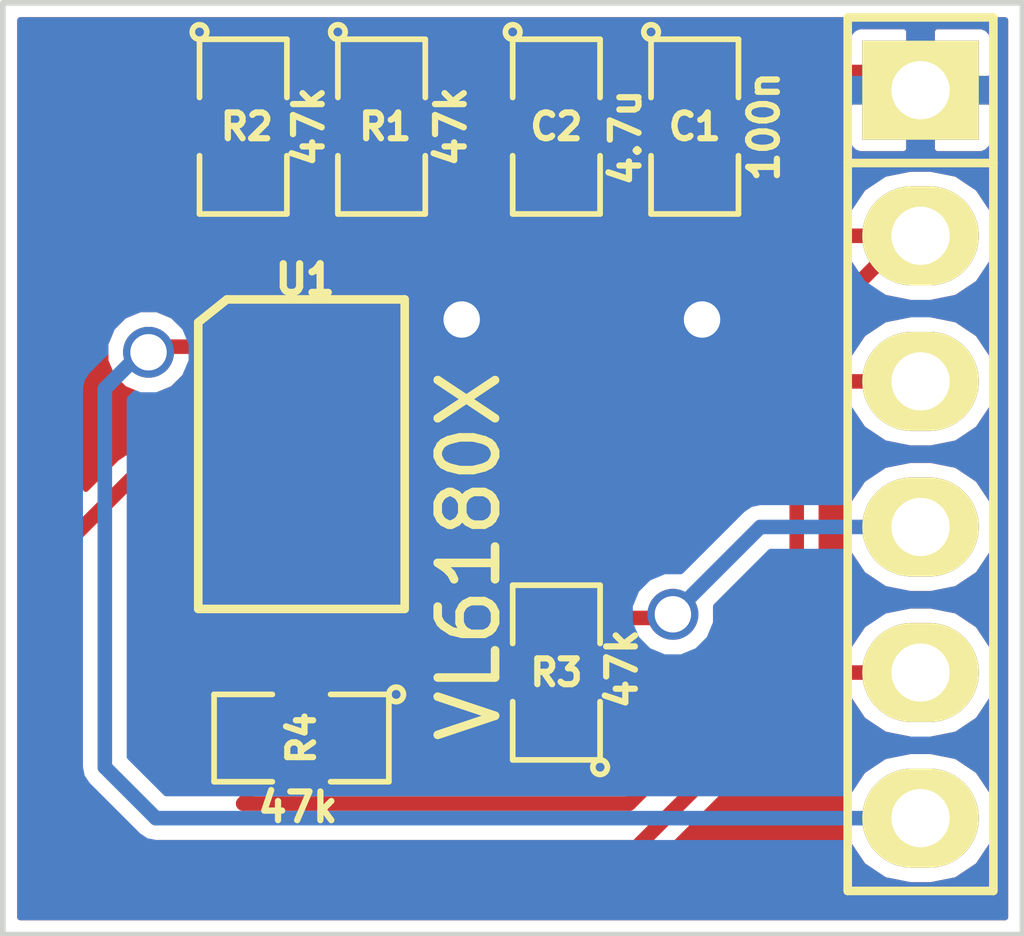
<source format=kicad_pcb>
(kicad_pcb (version 4) (host pcbnew "(2014-08-05 BZR 5054)-product")

  (general
    (links 19)
    (no_connects 1)
    (area 149.301999 96.444999 169.428886 112.826001)
    (thickness 1.6)
    (drawings 4)
    (tracks 74)
    (zones 0)
    (modules 8)
    (nets 11)
  )

  (page A4)
  (layers
    (0 F.Cu signal)
    (31 B.Cu signal)
    (32 B.Adhes user)
    (33 F.Adhes user)
    (34 B.Paste user)
    (35 F.Paste user)
    (36 B.SilkS user)
    (37 F.SilkS user)
    (38 B.Mask user)
    (39 F.Mask user)
    (40 Dwgs.User user)
    (41 Cmts.User user)
    (42 Eco1.User user)
    (43 Eco2.User user)
    (44 Edge.Cuts user)
    (45 Margin user)
    (46 B.CrtYd user)
    (47 F.CrtYd user)
    (48 B.Fab user)
    (49 F.Fab user)
  )

  (setup
    (last_trace_width 0.254)
    (trace_clearance 0.254)
    (zone_clearance 0.2)
    (zone_45_only yes)
    (trace_min 0.254)
    (segment_width 0.2)
    (edge_width 0.1)
    (via_size 0.889)
    (via_drill 0.635)
    (via_min_size 0.889)
    (via_min_drill 0.508)
    (uvia_size 0.508)
    (uvia_drill 0.127)
    (uvias_allowed no)
    (uvia_min_size 0.508)
    (uvia_min_drill 0.127)
    (pcb_text_width 0.3)
    (pcb_text_size 1.5 1.5)
    (mod_edge_width 0.15)
    (mod_text_size 1 1)
    (mod_text_width 0.15)
    (pad_size 1.5 1.5)
    (pad_drill 0.6)
    (pad_to_mask_clearance 0)
    (aux_axis_origin 0 0)
    (visible_elements FFFFFF7F)
    (pcbplotparams
      (layerselection 0x000f0_80000001)
      (usegerberextensions false)
      (excludeedgelayer true)
      (linewidth 0.100000)
      (plotframeref false)
      (viasonmask false)
      (mode 1)
      (useauxorigin false)
      (hpglpennumber 1)
      (hpglpenspeed 20)
      (hpglpendiameter 15)
      (hpglpenoverlay 2)
      (psnegative false)
      (psa4output false)
      (plotreference true)
      (plotvalue true)
      (plotinvisibletext false)
      (padsonsilk false)
      (subtractmaskfromsilk false)
      (outputformat 1)
      (mirror false)
      (drillshape 0)
      (scaleselection 1)
      (outputdirectory gerbers/))
  )

  (net 0 "")
  (net 1 GND)
  (net 2 VCC)
  (net 3 "Net-(P1-Pad3)")
  (net 4 "Net-(P1-Pad4)")
  (net 5 "Net-(P1-Pad5)")
  (net 6 "Net-(P1-Pad6)")
  (net 7 "Net-(U1-Pad3)")
  (net 8 "Net-(U1-Pad2)")
  (net 9 "Net-(U1-Pad11)")
  (net 10 "Net-(U1-Pad7)")

  (net_class Default "This is the default net class."
    (clearance 0.254)
    (trace_width 0.254)
    (via_dia 0.889)
    (via_drill 0.635)
    (uvia_dia 0.508)
    (uvia_drill 0.127)
    (add_net GND)
    (add_net "Net-(P1-Pad3)")
    (add_net "Net-(P1-Pad4)")
    (add_net "Net-(P1-Pad5)")
    (add_net "Net-(P1-Pad6)")
    (add_net "Net-(U1-Pad11)")
    (add_net "Net-(U1-Pad2)")
    (add_net "Net-(U1-Pad3)")
    (add_net "Net-(U1-Pad7)")
    (add_net VCC)
  )

  (module SMD_Packages:SMD-0805 (layer F.Cu) (tedit 542B5225) (tstamp 5429DE1F)
    (at 161.417 98.679 270)
    (path /5429D5E2)
    (attr smd)
    (fp_text reference C1 (at 0 0 360) (layer F.SilkS)
      (effects (font (size 0.45 0.45) (thickness 0.10922)))
    )
    (fp_text value 100n (at 0 -1.2065 270) (layer F.SilkS)
      (effects (font (size 0.50038 0.50038) (thickness 0.10922)))
    )
    (fp_circle (center -1.651 0.762) (end -1.651 0.635) (layer F.SilkS) (width 0.09906))
    (fp_line (start -0.508 0.762) (end -1.524 0.762) (layer F.SilkS) (width 0.09906))
    (fp_line (start -1.524 0.762) (end -1.524 -0.762) (layer F.SilkS) (width 0.09906))
    (fp_line (start -1.524 -0.762) (end -0.508 -0.762) (layer F.SilkS) (width 0.09906))
    (fp_line (start 0.508 -0.762) (end 1.524 -0.762) (layer F.SilkS) (width 0.09906))
    (fp_line (start 1.524 -0.762) (end 1.524 0.762) (layer F.SilkS) (width 0.09906))
    (fp_line (start 1.524 0.762) (end 0.508 0.762) (layer F.SilkS) (width 0.09906))
    (pad 1 smd rect (at -0.9525 0 270) (size 0.889 1.397) (layers F.Cu F.Paste F.Mask)
      (net 1 GND))
    (pad 2 smd rect (at 0.9525 0 270) (size 0.889 1.397) (layers F.Cu F.Paste F.Mask)
      (net 2 VCC))
    (model smd/chip_cms.wrl
      (at (xyz 0 0 0))
      (scale (xyz 0.1000000014901161 0.1000000014901161 0.1000000014901161))
      (rotate (xyz 0 0 0))
    )
  )

  (module SMD_Packages:SMD-0805 (layer F.Cu) (tedit 542B51EB) (tstamp 5429DE2C)
    (at 159.004 98.679 270)
    (path /5429D6B2)
    (attr smd)
    (fp_text reference C2 (at 0 0 360) (layer F.SilkS)
      (effects (font (size 0.45 0.45) (thickness 0.10922)))
    )
    (fp_text value 4.7u (at 0.1905 -1.2065 270) (layer F.SilkS)
      (effects (font (size 0.50038 0.50038) (thickness 0.10922)))
    )
    (fp_circle (center -1.651 0.762) (end -1.651 0.635) (layer F.SilkS) (width 0.09906))
    (fp_line (start -0.508 0.762) (end -1.524 0.762) (layer F.SilkS) (width 0.09906))
    (fp_line (start -1.524 0.762) (end -1.524 -0.762) (layer F.SilkS) (width 0.09906))
    (fp_line (start -1.524 -0.762) (end -0.508 -0.762) (layer F.SilkS) (width 0.09906))
    (fp_line (start 0.508 -0.762) (end 1.524 -0.762) (layer F.SilkS) (width 0.09906))
    (fp_line (start 1.524 -0.762) (end 1.524 0.762) (layer F.SilkS) (width 0.09906))
    (fp_line (start 1.524 0.762) (end 0.508 0.762) (layer F.SilkS) (width 0.09906))
    (pad 1 smd rect (at -0.9525 0 270) (size 0.889 1.397) (layers F.Cu F.Paste F.Mask)
      (net 1 GND))
    (pad 2 smd rect (at 0.9525 0 270) (size 0.889 1.397) (layers F.Cu F.Paste F.Mask)
      (net 2 VCC))
    (model smd/chip_cms.wrl
      (at (xyz 0 0 0))
      (scale (xyz 0.1000000014901161 0.1000000014901161 0.1000000014901161))
      (rotate (xyz 0 0 0))
    )
  )

  (module Pin_Headers:Pin_Header_Straight_1x06 (layer F.Cu) (tedit 5429E4E8) (tstamp 5429DE3D)
    (at 165.354 104.394 270)
    (descr "Through hole pin header")
    (tags "pin header")
    (path /5429DD8A)
    (fp_text reference P1 (at 0 -2.286 270) (layer F.SilkS) hide
      (effects (font (size 1.27 1.27) (thickness 0.2032)))
    )
    (fp_text value CONN_6 (at 0 0 270) (layer F.SilkS) hide
      (effects (font (size 1.27 1.27) (thickness 0.2032)))
    )
    (fp_line (start -5.08 -1.27) (end 7.62 -1.27) (layer F.SilkS) (width 0.15))
    (fp_line (start 7.62 -1.27) (end 7.62 1.27) (layer F.SilkS) (width 0.15))
    (fp_line (start 7.62 1.27) (end -5.08 1.27) (layer F.SilkS) (width 0.15))
    (fp_line (start -7.62 -1.27) (end -5.08 -1.27) (layer F.SilkS) (width 0.15))
    (fp_line (start -5.08 -1.27) (end -5.08 1.27) (layer F.SilkS) (width 0.15))
    (fp_line (start -7.62 -1.27) (end -7.62 1.27) (layer F.SilkS) (width 0.15))
    (fp_line (start -7.62 1.27) (end -5.08 1.27) (layer F.SilkS) (width 0.15))
    (pad 1 thru_hole rect (at -6.35 0 270) (size 1.7272 2.032) (drill 1.016) (layers *.Cu *.Mask F.SilkS)
      (net 1 GND))
    (pad 2 thru_hole oval (at -3.81 0 270) (size 1.7272 2.032) (drill 1.016) (layers *.Cu *.Mask F.SilkS)
      (net 2 VCC))
    (pad 3 thru_hole oval (at -1.27 0 270) (size 1.7272 2.032) (drill 1.016) (layers *.Cu *.Mask F.SilkS)
      (net 3 "Net-(P1-Pad3)"))
    (pad 4 thru_hole oval (at 1.27 0 270) (size 1.7272 2.032) (drill 1.016) (layers *.Cu *.Mask F.SilkS)
      (net 4 "Net-(P1-Pad4)"))
    (pad 5 thru_hole oval (at 3.81 0 270) (size 1.7272 2.032) (drill 1.016) (layers *.Cu *.Mask F.SilkS)
      (net 5 "Net-(P1-Pad5)"))
    (pad 6 thru_hole oval (at 6.35 0 270) (size 1.7272 2.032) (drill 1.016) (layers *.Cu *.Mask F.SilkS)
      (net 6 "Net-(P1-Pad6)"))
    (model Pin_Headers/Pin_Header_Straight_1x06.wrl
      (at (xyz 0 0 0))
      (scale (xyz 1 1 1))
      (rotate (xyz 0 0 0))
    )
  )

  (module SMD_Packages:SMD-0805 (layer F.Cu) (tedit 542B51F5) (tstamp 542B521E)
    (at 155.956 98.679 270)
    (path /5429CE80)
    (attr smd)
    (fp_text reference R1 (at 0 -0.0635 360) (layer F.SilkS)
      (effects (font (size 0.45 0.45) (thickness 0.10922)))
    )
    (fp_text value 47k (at 0 -1.2065 270) (layer F.SilkS)
      (effects (font (size 0.50038 0.50038) (thickness 0.10922)))
    )
    (fp_circle (center -1.651 0.762) (end -1.651 0.635) (layer F.SilkS) (width 0.09906))
    (fp_line (start -0.508 0.762) (end -1.524 0.762) (layer F.SilkS) (width 0.09906))
    (fp_line (start -1.524 0.762) (end -1.524 -0.762) (layer F.SilkS) (width 0.09906))
    (fp_line (start -1.524 -0.762) (end -0.508 -0.762) (layer F.SilkS) (width 0.09906))
    (fp_line (start 0.508 -0.762) (end 1.524 -0.762) (layer F.SilkS) (width 0.09906))
    (fp_line (start 1.524 -0.762) (end 1.524 0.762) (layer F.SilkS) (width 0.09906))
    (fp_line (start 1.524 0.762) (end 0.508 0.762) (layer F.SilkS) (width 0.09906))
    (pad 1 smd rect (at -0.9525 0 270) (size 0.889 1.397) (layers F.Cu F.Paste F.Mask)
      (net 2 VCC))
    (pad 2 smd rect (at 0.9525 0 270) (size 0.889 1.397) (layers F.Cu F.Paste F.Mask)
      (net 6 "Net-(P1-Pad6)"))
    (model smd/chip_cms.wrl
      (at (xyz 0 0 0))
      (scale (xyz 0.1000000014901161 0.1000000014901161 0.1000000014901161))
      (rotate (xyz 0 0 0))
    )
  )

  (module SMD_Packages:SMD-0805 (layer F.Cu) (tedit 542B51FE) (tstamp 542B5256)
    (at 153.543 98.679 270)
    (path /5429CF18)
    (attr smd)
    (fp_text reference R2 (at 0 -0.0635 360) (layer F.SilkS)
      (effects (font (size 0.45 0.45) (thickness 0.10922)))
    )
    (fp_text value 47k (at 0 -1.143 270) (layer F.SilkS)
      (effects (font (size 0.50038 0.50038) (thickness 0.10922)))
    )
    (fp_circle (center -1.651 0.762) (end -1.651 0.635) (layer F.SilkS) (width 0.09906))
    (fp_line (start -0.508 0.762) (end -1.524 0.762) (layer F.SilkS) (width 0.09906))
    (fp_line (start -1.524 0.762) (end -1.524 -0.762) (layer F.SilkS) (width 0.09906))
    (fp_line (start -1.524 -0.762) (end -0.508 -0.762) (layer F.SilkS) (width 0.09906))
    (fp_line (start 0.508 -0.762) (end 1.524 -0.762) (layer F.SilkS) (width 0.09906))
    (fp_line (start 1.524 -0.762) (end 1.524 0.762) (layer F.SilkS) (width 0.09906))
    (fp_line (start 1.524 0.762) (end 0.508 0.762) (layer F.SilkS) (width 0.09906))
    (pad 1 smd rect (at -0.9525 0 270) (size 0.889 1.397) (layers F.Cu F.Paste F.Mask)
      (net 2 VCC))
    (pad 2 smd rect (at 0.9525 0 270) (size 0.889 1.397) (layers F.Cu F.Paste F.Mask)
      (net 5 "Net-(P1-Pad5)"))
    (model smd/chip_cms.wrl
      (at (xyz 0 0 0))
      (scale (xyz 0.1000000014901161 0.1000000014901161 0.1000000014901161))
      (rotate (xyz 0 0 0))
    )
  )

  (module SMD_Packages:SMD-0805 (layer F.Cu) (tedit 542B5231) (tstamp 5429E5BB)
    (at 159.004 108.204 90)
    (path /5429CFC5)
    (attr smd)
    (fp_text reference R3 (at 0 0 180) (layer F.SilkS)
      (effects (font (size 0.45 0.45) (thickness 0.10922)))
    )
    (fp_text value 47k (at 0.0635 1.143 90) (layer F.SilkS)
      (effects (font (size 0.50038 0.50038) (thickness 0.10922)))
    )
    (fp_circle (center -1.651 0.762) (end -1.651 0.635) (layer F.SilkS) (width 0.09906))
    (fp_line (start -0.508 0.762) (end -1.524 0.762) (layer F.SilkS) (width 0.09906))
    (fp_line (start -1.524 0.762) (end -1.524 -0.762) (layer F.SilkS) (width 0.09906))
    (fp_line (start -1.524 -0.762) (end -0.508 -0.762) (layer F.SilkS) (width 0.09906))
    (fp_line (start 0.508 -0.762) (end 1.524 -0.762) (layer F.SilkS) (width 0.09906))
    (fp_line (start 1.524 -0.762) (end 1.524 0.762) (layer F.SilkS) (width 0.09906))
    (fp_line (start 1.524 0.762) (end 0.508 0.762) (layer F.SilkS) (width 0.09906))
    (pad 1 smd rect (at -0.9525 0 90) (size 0.889 1.397) (layers F.Cu F.Paste F.Mask)
      (net 2 VCC))
    (pad 2 smd rect (at 0.9525 0 90) (size 0.889 1.397) (layers F.Cu F.Paste F.Mask)
      (net 4 "Net-(P1-Pad4)"))
    (model smd/chip_cms.wrl
      (at (xyz 0 0 0))
      (scale (xyz 0.1000000014901161 0.1000000014901161 0.1000000014901161))
      (rotate (xyz 0 0 0))
    )
  )

  (module SMD_Packages:SMD-0805 (layer F.Cu) (tedit 542B523F) (tstamp 5429DE71)
    (at 154.559 109.347 180)
    (path /5429CFFB)
    (attr smd)
    (fp_text reference R4 (at 0 0 270) (layer F.SilkS)
      (effects (font (size 0.45 0.45) (thickness 0.10922)))
    )
    (fp_text value 47k (at 0.0635 -1.2065 180) (layer F.SilkS)
      (effects (font (size 0.50038 0.50038) (thickness 0.10922)))
    )
    (fp_circle (center -1.651 0.762) (end -1.651 0.635) (layer F.SilkS) (width 0.09906))
    (fp_line (start -0.508 0.762) (end -1.524 0.762) (layer F.SilkS) (width 0.09906))
    (fp_line (start -1.524 0.762) (end -1.524 -0.762) (layer F.SilkS) (width 0.09906))
    (fp_line (start -1.524 -0.762) (end -0.508 -0.762) (layer F.SilkS) (width 0.09906))
    (fp_line (start 0.508 -0.762) (end 1.524 -0.762) (layer F.SilkS) (width 0.09906))
    (fp_line (start 1.524 -0.762) (end 1.524 0.762) (layer F.SilkS) (width 0.09906))
    (fp_line (start 1.524 0.762) (end 0.508 0.762) (layer F.SilkS) (width 0.09906))
    (pad 1 smd rect (at -0.9525 0 180) (size 0.889 1.397) (layers F.Cu F.Paste F.Mask)
      (net 2 VCC))
    (pad 2 smd rect (at 0.9525 0 180) (size 0.889 1.397) (layers F.Cu F.Paste F.Mask)
      (net 3 "Net-(P1-Pad3)"))
    (model smd/chip_cms.wrl
      (at (xyz 0 0 0))
      (scale (xyz 0.1000000014901161 0.1000000014901161 0.1000000014901161))
      (rotate (xyz 0 0 0))
    )
  )

  (module boscch-component-library:Optical-LGA12-VL6180X (layer F.Cu) (tedit 5429E609) (tstamp 5429DE86)
    (at 154.559 104.394)
    (path /5429CB7E)
    (fp_text reference U1 (at 0.0635 -3.048) (layer F.SilkS)
      (effects (font (size 0.5 0.5) (thickness 0.125)))
    )
    (fp_text value VL6180X (at 2.921 1.778 90) (layer F.SilkS)
      (effects (font (size 1 1) (thickness 0.15)))
    )
    (fp_line (start -1.8 -2.3) (end -1.8 2.7) (layer F.SilkS) (width 0.15))
    (fp_line (start -1.3 -2.7) (end -1.8 -2.3) (layer F.SilkS) (width 0.15))
    (fp_line (start -1.3 -2.7) (end 1.8 -2.7) (layer F.SilkS) (width 0.15))
    (fp_line (start 1.8 -2.7) (end 1.8 2.7) (layer F.SilkS) (width 0.15))
    (fp_line (start 1.8 2.7) (end -1.8 2.7) (layer F.SilkS) (width 0.15))
    (pad 4 smd rect (at -1 0.375) (size 0.6 0.5) (layers F.Cu F.Paste F.Mask)
      (net 5 "Net-(P1-Pad5)"))
    (pad 5 smd rect (at -1 1.125) (size 0.6 0.5) (layers F.Cu F.Paste F.Mask))
    (pad 6 smd rect (at -1 1.875) (size 0.6 0.5) (layers F.Cu F.Paste F.Mask)
      (net 3 "Net-(P1-Pad3)"))
    (pad 3 smd rect (at -1 -0.375) (size 0.6 0.5) (layers F.Cu F.Paste F.Mask)
      (net 7 "Net-(U1-Pad3)"))
    (pad 2 smd rect (at -1 -1.125) (size 0.6 0.5) (layers F.Cu F.Paste F.Mask)
      (net 8 "Net-(U1-Pad2)"))
    (pad 1 smd rect (at -1 -1.875) (size 0.6 0.5) (layers F.Cu F.Paste F.Mask)
      (net 6 "Net-(P1-Pad6)"))
    (pad 12 smd rect (at 1 -1.875) (size 0.6 0.5) (layers F.Cu F.Paste F.Mask)
      (net 1 GND))
    (pad 11 smd rect (at 1 -1.125) (size 0.6 0.5) (layers F.Cu F.Paste F.Mask)
      (net 9 "Net-(U1-Pad11)"))
    (pad 10 smd rect (at 1 -0.375) (size 0.6 0.5) (layers F.Cu F.Paste F.Mask)
      (net 2 VCC))
    (pad 9 smd rect (at 1 0.375) (size 0.6 0.5) (layers F.Cu F.Paste F.Mask)
      (net 1 GND))
    (pad 8 smd rect (at 1 1.125) (size 0.6 0.5) (layers F.Cu F.Paste F.Mask)
      (net 2 VCC))
    (pad 7 smd rect (at 1 1.875) (size 0.6 0.5) (layers F.Cu F.Paste F.Mask)
      (net 10 "Net-(U1-Pad7)"))
  )

  (gr_line (start 149.352 96.52) (end 167.132 96.52) (angle 90) (layer Edge.Cuts) (width 0.1))
  (gr_line (start 149.352 112.776) (end 149.352 96.52) (angle 90) (layer Edge.Cuts) (width 0.1))
  (gr_line (start 167.132 112.776) (end 149.352 112.776) (angle 90) (layer Edge.Cuts) (width 0.1))
  (gr_line (start 167.132 96.52) (end 167.132 112.776) (angle 90) (layer Edge.Cuts) (width 0.1))

  (segment (start 165.0365 97.7265) (end 165.354 98.044) (width 0.254) (layer F.Cu) (net 1) (tstamp 5429E056))
  (segment (start 161.417 97.7265) (end 165.0365 97.7265) (width 0.254) (layer F.Cu) (net 1) (status 10))
  (segment (start 161.417 97.7265) (end 159.004 97.7265) (width 0.254) (layer F.Cu) (net 1) (status 20))
  (segment (start 156.8785 102.519) (end 157.353 102.0445) (width 0.254) (layer F.Cu) (net 1) (tstamp 5429E078))
  (via (at 157.353 102.0445) (size 0.889) (layers F.Cu B.Cu) (net 1))
  (segment (start 157.353 102.0445) (end 161.544 102.0445) (width 0.254) (layer B.Cu) (net 1) (tstamp 5429E07A))
  (segment (start 161.544 102.0445) (end 162.941 100.6475) (width 0.254) (layer B.Cu) (net 1) (tstamp 5429E07B))
  (segment (start 162.941 100.6475) (end 162.941 98.4885) (width 0.254) (layer B.Cu) (net 1) (tstamp 5429E07C))
  (segment (start 162.941 98.4885) (end 163.3855 98.044) (width 0.254) (layer B.Cu) (net 1) (tstamp 5429E07E))
  (segment (start 163.3855 98.044) (end 165.354 98.044) (width 0.254) (layer B.Cu) (net 1) (tstamp 5429E07F))
  (segment (start 155.559 102.519) (end 156.8785 102.519) (width 0.254) (layer F.Cu) (net 1) (status 10))
  (segment (start 158.8195 104.769) (end 161.544 102.0445) (width 0.254) (layer F.Cu) (net 1) (tstamp 5429E083))
  (via (at 161.544 102.0445) (size 0.889) (layers F.Cu B.Cu) (net 1))
  (segment (start 155.559 104.769) (end 158.8195 104.769) (width 0.254) (layer F.Cu) (net 1) (status 10))
  (segment (start 155.956 97.7265) (end 153.543 97.7265) (width 0.254) (layer F.Cu) (net 2) (status 20))
  (segment (start 160.782 100.584) (end 165.354 100.584) (width 0.254) (layer F.Cu) (net 2) (tstamp 5429E064))
  (segment (start 161.417 99.6315) (end 161.9885 99.6315) (width 0.254) (layer F.Cu) (net 2) (status 30))
  (segment (start 159.004 99.6315) (end 161.417 99.6315) (width 0.254) (layer F.Cu) (net 2) (status 10))
  (segment (start 157.347 104.019) (end 160.782 100.584) (width 0.254) (layer F.Cu) (net 2) (tstamp 5429E074))
  (segment (start 155.559 104.019) (end 157.347 104.019) (width 0.254) (layer F.Cu) (net 2) (status 10))
  (segment (start 161.417 99.949) (end 160.782 100.584) (width 0.254) (layer F.Cu) (net 2) (tstamp 5429E0CF))
  (segment (start 161.417 99.6315) (end 161.417 99.949) (width 0.254) (layer F.Cu) (net 2))
  (segment (start 157.734 99.6315) (end 157.48 99.3775) (width 0.254) (layer F.Cu) (net 2) (tstamp 5429E0F2))
  (segment (start 157.48 99.3775) (end 157.48 97.917) (width 0.254) (layer F.Cu) (net 2) (tstamp 5429E0F3))
  (segment (start 157.48 97.917) (end 157.2895 97.7265) (width 0.254) (layer F.Cu) (net 2) (tstamp 5429E0F4))
  (segment (start 157.2895 97.7265) (end 155.956 97.7265) (width 0.254) (layer F.Cu) (net 2) (tstamp 5429E0F5))
  (segment (start 159.004 99.6315) (end 157.734 99.6315) (width 0.254) (layer F.Cu) (net 2) (status 10))
  (segment (start 158.9405 109.22) (end 159.004 109.1565) (width 0.254) (layer F.Cu) (net 2) (tstamp 5429E140) (status 30))
  (segment (start 158.8135 109.347) (end 159.004 109.1565) (width 0.254) (layer F.Cu) (net 2) (tstamp 5429E21C))
  (segment (start 155.5115 109.347) (end 158.8135 109.347) (width 0.254) (layer F.Cu) (net 2))
  (segment (start 165.1 100.584) (end 165.354 100.584) (width 0.254) (layer F.Cu) (net 2) (tstamp 5429E232))
  (segment (start 156.972 108.204) (end 156.972 106.68) (width 0.254) (layer F.Cu) (net 2) (tstamp 5429E225))
  (segment (start 156.972 106.68) (end 157.988 105.664) (width 0.254) (layer F.Cu) (net 2) (tstamp 5429E227))
  (segment (start 157.988 105.664) (end 160.02 105.664) (width 0.254) (layer F.Cu) (net 2) (tstamp 5429E228))
  (segment (start 160.02 105.664) (end 165.1 100.584) (width 0.254) (layer F.Cu) (net 2) (tstamp 5429E22A))
  (segment (start 155.829 109.347) (end 156.972 108.204) (width 0.254) (layer F.Cu) (net 2) (tstamp 5429E224))
  (segment (start 155.5115 109.347) (end 155.829 109.347) (width 0.254) (layer F.Cu) (net 2))
  (segment (start 153.6065 106.3165) (end 153.559 106.269) (width 0.254) (layer F.Cu) (net 3) (tstamp 5429E038) (status 30))
  (segment (start 153.6065 109.347) (end 153.6065 106.3165) (width 0.254) (layer F.Cu) (net 3) (status 20))
  (segment (start 163.703 103.124) (end 163.195 103.632) (width 0.254) (layer F.Cu) (net 3) (tstamp 5429E04B))
  (segment (start 163.195 103.632) (end 163.195 107.569) (width 0.254) (layer F.Cu) (net 3) (tstamp 5429E04C))
  (segment (start 163.195 107.569) (end 160.274 110.49) (width 0.254) (layer F.Cu) (net 3) (tstamp 5429E04D))
  (segment (start 160.274 110.49) (end 153.543 110.49) (width 0.254) (layer F.Cu) (net 3) (tstamp 5429E04F))
  (segment (start 153.543 110.49) (end 153.6065 110.4265) (width 0.254) (layer F.Cu) (net 3) (tstamp 5429E051))
  (segment (start 153.6065 110.4265) (end 153.6065 109.347) (width 0.254) (layer F.Cu) (net 3) (tstamp 5429E052))
  (segment (start 165.354 103.124) (end 163.703 103.124) (width 0.254) (layer F.Cu) (net 3))
  (segment (start 162.56 105.664) (end 161.036 107.188) (width 0.254) (layer B.Cu) (net 4) (tstamp 5429E215))
  (via (at 161.036 107.188) (size 0.889) (layers F.Cu B.Cu) (net 4))
  (segment (start 161.036 107.188) (end 160.9725 107.2515) (width 0.254) (layer F.Cu) (net 4) (tstamp 5429E218))
  (segment (start 160.9725 107.2515) (end 159.004 107.2515) (width 0.254) (layer F.Cu) (net 4) (tstamp 5429E219))
  (segment (start 165.354 105.664) (end 162.56 105.664) (width 0.254) (layer B.Cu) (net 4))
  (segment (start 163.449 108.204) (end 160.401 111.252) (width 0.254) (layer F.Cu) (net 5) (tstamp 5429E019))
  (segment (start 160.401 111.252) (end 151.765 111.252) (width 0.254) (layer F.Cu) (net 5) (tstamp 5429E01B))
  (segment (start 151.765 111.252) (end 150.368 109.855) (width 0.254) (layer F.Cu) (net 5) (tstamp 5429E01D))
  (segment (start 150.368 109.855) (end 150.368 106.045) (width 0.254) (layer F.Cu) (net 5) (tstamp 5429E01F))
  (segment (start 150.368 106.045) (end 151.644 104.769) (width 0.254) (layer F.Cu) (net 5) (tstamp 5429E021))
  (segment (start 151.644 104.769) (end 153.559 104.769) (width 0.254) (layer F.Cu) (net 5) (tstamp 5429E023) (status 20))
  (segment (start 165.354 108.204) (end 163.449 108.204) (width 0.254) (layer F.Cu) (net 5))
  (segment (start 151.3205 99.6315) (end 150.368 100.584) (width 0.254) (layer F.Cu) (net 5) (tstamp 5429E100))
  (segment (start 150.368 100.584) (end 150.368 106.045) (width 0.254) (layer F.Cu) (net 5) (tstamp 5429E102))
  (segment (start 153.543 99.6315) (end 151.3205 99.6315) (width 0.254) (layer F.Cu) (net 5))
  (segment (start 152.019 110.744) (end 151.13 109.855) (width 0.254) (layer B.Cu) (net 6) (tstamp 5429E00E))
  (segment (start 151.13 109.855) (end 151.13 103.251) (width 0.254) (layer B.Cu) (net 6) (tstamp 5429E010))
  (segment (start 151.13 103.251) (end 151.765 102.616) (width 0.254) (layer B.Cu) (net 6) (tstamp 5429E011))
  (segment (start 151.765 102.616) (end 151.892 102.616) (width 0.254) (layer B.Cu) (net 6) (tstamp 5429E012))
  (via (at 151.892 102.616) (size 0.889) (layers F.Cu B.Cu) (net 6))
  (segment (start 151.892 102.616) (end 151.989 102.519) (width 0.254) (layer F.Cu) (net 6) (tstamp 5429E014))
  (segment (start 151.989 102.519) (end 153.559 102.519) (width 0.254) (layer F.Cu) (net 6) (tstamp 5429E015) (status 20))
  (segment (start 165.354 110.744) (end 152.019 110.744) (width 0.254) (layer B.Cu) (net 6))
  (segment (start 155.956 100.457) (end 155.1305 101.2825) (width 0.254) (layer F.Cu) (net 6) (tstamp 5429E0F9))
  (segment (start 155.1305 101.2825) (end 153.924 101.2825) (width 0.254) (layer F.Cu) (net 6) (tstamp 5429E0FA))
  (segment (start 153.924 101.2825) (end 153.559 101.6475) (width 0.254) (layer F.Cu) (net 6) (tstamp 5429E0FB))
  (segment (start 153.559 101.6475) (end 153.559 102.519) (width 0.254) (layer F.Cu) (net 6) (tstamp 5429E0FC) (status 20))
  (segment (start 155.956 99.6315) (end 155.956 100.457) (width 0.254) (layer F.Cu) (net 6))

  (zone (net 1) (net_name GND) (layer F.Cu) (tstamp 5429E470) (hatch edge 0.508)
    (connect_pads (clearance 0.2))
    (min_thickness 0.1)
    (fill yes (arc_segments 16) (thermal_gap 0.2) (thermal_bridge_width 0.5))
    (polygon
      (pts
        (xy 167.132 112.776) (xy 149.352 112.776) (xy 149.352 96.52) (xy 167.132 96.52)
      )
    )
    (filled_polygon
      (pts
        (xy 164.059474 101.015) (xy 159.841474 105.233) (xy 157.988 105.233) (xy 157.823063 105.265808) (xy 157.683237 105.359237)
        (xy 156.667237 106.375237) (xy 156.573808 106.515063) (xy 156.541 106.68) (xy 156.541 108.025474) (xy 156.151947 108.414526)
        (xy 156.128202 108.390781) (xy 156.01647 108.3445) (xy 155.895531 108.3445) (xy 155.006531 108.3445) (xy 154.894798 108.390781)
        (xy 154.809281 108.476298) (xy 154.763 108.58803) (xy 154.763 108.708969) (xy 154.763 110.059) (xy 154.355 110.059)
        (xy 154.355 109.985031) (xy 154.355 108.588031) (xy 154.308719 108.476298) (xy 154.223202 108.390781) (xy 154.11147 108.3445)
        (xy 154.0375 108.3445) (xy 154.0375 107.261) (xy 156.537 107.261) (xy 156.537 104.45) (xy 157.347 104.45)
        (xy 157.511936 104.417192) (xy 157.511937 104.417192) (xy 157.651763 104.323763) (xy 160.960526 101.015) (xy 164.059474 101.015)
      )
    )
    (filled_polygon
      (pts
        (xy 166.832 112.476) (xy 166.69986 112.476) (xy 166.69986 110.744) (xy 166.69986 108.204) (xy 166.69986 105.664)
        (xy 166.610982 105.217179) (xy 166.357878 104.838382) (xy 165.979081 104.585278) (xy 165.53226 104.4964) (xy 165.17574 104.4964)
        (xy 164.728919 104.585278) (xy 164.350122 104.838382) (xy 164.097018 105.217179) (xy 164.00814 105.664) (xy 164.097018 106.110821)
        (xy 164.350122 106.489618) (xy 164.728919 106.742722) (xy 165.17574 106.8316) (xy 165.53226 106.8316) (xy 165.979081 106.742722)
        (xy 166.357878 106.489618) (xy 166.610982 106.110821) (xy 166.69986 105.664) (xy 166.69986 108.204) (xy 166.610982 107.757179)
        (xy 166.357878 107.378382) (xy 165.979081 107.125278) (xy 165.53226 107.0364) (xy 165.17574 107.0364) (xy 164.728919 107.125278)
        (xy 164.350122 107.378382) (xy 164.097018 107.757179) (xy 164.093871 107.773) (xy 163.56709 107.773) (xy 163.593192 107.733937)
        (xy 163.593192 107.733936) (xy 163.626 107.569) (xy 163.626 103.810526) (xy 163.881526 103.555) (xy 164.093871 103.555)
        (xy 164.097018 103.570821) (xy 164.350122 103.949618) (xy 164.728919 104.202722) (xy 165.17574 104.2916) (xy 165.53226 104.2916)
        (xy 165.979081 104.202722) (xy 166.357878 103.949618) (xy 166.610982 103.570821) (xy 166.69986 103.124) (xy 166.610982 102.677179)
        (xy 166.357878 102.298382) (xy 165.979081 102.045278) (xy 165.53226 101.9564) (xy 165.17574 101.9564) (xy 164.728919 102.045278)
        (xy 164.350122 102.298382) (xy 164.097018 102.677179) (xy 164.093871 102.693) (xy 163.703 102.693) (xy 163.575081 102.718444)
        (xy 164.670103 101.623422) (xy 164.728919 101.662722) (xy 165.17574 101.7516) (xy 165.53226 101.7516) (xy 165.979081 101.662722)
        (xy 166.357878 101.409618) (xy 166.610982 101.030821) (xy 166.69986 100.584) (xy 166.62 100.182515) (xy 166.62 98.957328)
        (xy 166.62 98.3065) (xy 166.62 97.7815) (xy 166.62 97.130672) (xy 166.58194 97.038786) (xy 166.511614 96.96846)
        (xy 166.419728 96.9304) (xy 166.320272 96.9304) (xy 165.6165 96.9304) (xy 165.554 96.9929) (xy 165.554 97.844)
        (xy 166.5575 97.844) (xy 166.62 97.7815) (xy 166.62 98.3065) (xy 166.5575 98.244) (xy 165.554 98.244)
        (xy 165.554 99.0951) (xy 165.6165 99.1576) (xy 166.320272 99.1576) (xy 166.419728 99.1576) (xy 166.511614 99.11954)
        (xy 166.58194 99.049214) (xy 166.62 98.957328) (xy 166.62 100.182515) (xy 166.610982 100.137179) (xy 166.357878 99.758382)
        (xy 165.979081 99.505278) (xy 165.53226 99.4164) (xy 165.17574 99.4164) (xy 165.154 99.420724) (xy 165.154 99.0951)
        (xy 165.154 98.244) (xy 165.154 97.844) (xy 165.154 96.9929) (xy 165.0915 96.9304) (xy 164.387728 96.9304)
        (xy 164.288272 96.9304) (xy 164.196386 96.96846) (xy 164.12606 97.038786) (xy 164.088 97.130672) (xy 164.088 97.7815)
        (xy 164.1505 97.844) (xy 165.154 97.844) (xy 165.154 98.244) (xy 164.1505 98.244) (xy 164.088 98.3065)
        (xy 164.088 98.957328) (xy 164.12606 99.049214) (xy 164.196386 99.11954) (xy 164.288272 99.1576) (xy 164.387728 99.1576)
        (xy 165.0915 99.1576) (xy 165.154 99.0951) (xy 165.154 99.420724) (xy 164.728919 99.505278) (xy 164.350122 99.758382)
        (xy 164.097018 100.137179) (xy 164.093871 100.153) (xy 162.412653 100.153) (xy 162.4195 100.13647) (xy 162.4195 100.015531)
        (xy 162.4195 99.6315) (xy 162.4195 99.126531) (xy 162.373219 99.014798) (xy 162.3655 99.007079) (xy 162.3655 98.220728)
        (xy 162.3655 97.989) (xy 162.3655 97.464) (xy 162.3655 97.232272) (xy 162.32744 97.140386) (xy 162.257114 97.07006)
        (xy 162.165228 97.032) (xy 162.065772 97.032) (xy 161.6795 97.032) (xy 161.617 97.0945) (xy 161.617 97.5265)
        (xy 162.303 97.5265) (xy 162.3655 97.464) (xy 162.3655 97.989) (xy 162.303 97.9265) (xy 161.617 97.9265)
        (xy 161.617 98.3585) (xy 161.6795 98.421) (xy 162.065772 98.421) (xy 162.165228 98.421) (xy 162.257114 98.38294)
        (xy 162.32744 98.312614) (xy 162.3655 98.220728) (xy 162.3655 99.007079) (xy 162.287702 98.929281) (xy 162.17597 98.883)
        (xy 162.055031 98.883) (xy 161.217 98.883) (xy 161.217 98.3585) (xy 161.217 97.9265) (xy 161.217 97.5265)
        (xy 161.217 97.0945) (xy 161.1545 97.032) (xy 160.768228 97.032) (xy 160.668772 97.032) (xy 160.576886 97.07006)
        (xy 160.50656 97.140386) (xy 160.4685 97.232272) (xy 160.4685 97.464) (xy 160.531 97.5265) (xy 161.217 97.5265)
        (xy 161.217 97.9265) (xy 160.531 97.9265) (xy 160.4685 97.989) (xy 160.4685 98.220728) (xy 160.50656 98.312614)
        (xy 160.576886 98.38294) (xy 160.668772 98.421) (xy 160.768228 98.421) (xy 161.1545 98.421) (xy 161.217 98.3585)
        (xy 161.217 98.883) (xy 160.658031 98.883) (xy 160.546298 98.929281) (xy 160.460781 99.014798) (xy 160.4145 99.12653)
        (xy 160.4145 99.2005) (xy 160.0065 99.2005) (xy 160.0065 99.126531) (xy 159.960219 99.014798) (xy 159.9525 99.007079)
        (xy 159.9525 98.220728) (xy 159.9525 97.989) (xy 159.9525 97.464) (xy 159.9525 97.232272) (xy 159.91444 97.140386)
        (xy 159.844114 97.07006) (xy 159.752228 97.032) (xy 159.652772 97.032) (xy 159.2665 97.032) (xy 159.204 97.0945)
        (xy 159.204 97.5265) (xy 159.89 97.5265) (xy 159.9525 97.464) (xy 159.9525 97.989) (xy 159.89 97.9265)
        (xy 159.204 97.9265) (xy 159.204 98.3585) (xy 159.2665 98.421) (xy 159.652772 98.421) (xy 159.752228 98.421)
        (xy 159.844114 98.38294) (xy 159.91444 98.312614) (xy 159.9525 98.220728) (xy 159.9525 99.007079) (xy 159.874702 98.929281)
        (xy 159.76297 98.883) (xy 159.642031 98.883) (xy 158.804 98.883) (xy 158.804 98.3585) (xy 158.804 97.9265)
        (xy 158.804 97.5265) (xy 158.804 97.0945) (xy 158.7415 97.032) (xy 158.355228 97.032) (xy 158.255772 97.032)
        (xy 158.163886 97.07006) (xy 158.09356 97.140386) (xy 158.0555 97.232272) (xy 158.0555 97.464) (xy 158.118 97.5265)
        (xy 158.804 97.5265) (xy 158.804 97.9265) (xy 158.118 97.9265) (xy 158.0555 97.989) (xy 158.0555 98.220728)
        (xy 158.09356 98.312614) (xy 158.163886 98.38294) (xy 158.255772 98.421) (xy 158.355228 98.421) (xy 158.7415 98.421)
        (xy 158.804 98.3585) (xy 158.804 98.883) (xy 158.245031 98.883) (xy 158.133298 98.929281) (xy 158.047781 99.014798)
        (xy 158.0015 99.12653) (xy 158.0015 99.2005) (xy 157.912526 99.2005) (xy 157.911 99.198974) (xy 157.911 97.917)
        (xy 157.878193 97.752064) (xy 157.878192 97.752063) (xy 157.784763 97.612237) (xy 157.594263 97.421737) (xy 157.454437 97.328308)
        (xy 157.2895 97.2955) (xy 156.9585 97.2955) (xy 156.9585 97.221531) (xy 156.912219 97.109798) (xy 156.826702 97.024281)
        (xy 156.71497 96.978) (xy 156.594031 96.978) (xy 155.197031 96.978) (xy 155.085298 97.024281) (xy 154.999781 97.109798)
        (xy 154.9535 97.22153) (xy 154.9535 97.2955) (xy 154.5455 97.2955) (xy 154.5455 97.221531) (xy 154.499219 97.109798)
        (xy 154.413702 97.024281) (xy 154.30197 96.978) (xy 154.181031 96.978) (xy 152.784031 96.978) (xy 152.672298 97.024281)
        (xy 152.586781 97.109798) (xy 152.5405 97.22153) (xy 152.5405 97.342469) (xy 152.5405 98.231469) (xy 152.586781 98.343202)
        (xy 152.672298 98.428719) (xy 152.78403 98.475) (xy 152.904969 98.475) (xy 154.301969 98.475) (xy 154.413702 98.428719)
        (xy 154.499219 98.343202) (xy 154.5455 98.23147) (xy 154.5455 98.1575) (xy 154.9535 98.1575) (xy 154.9535 98.231469)
        (xy 154.999781 98.343202) (xy 155.085298 98.428719) (xy 155.19703 98.475) (xy 155.317969 98.475) (xy 156.714969 98.475)
        (xy 156.826702 98.428719) (xy 156.912219 98.343202) (xy 156.9585 98.23147) (xy 156.9585 98.1575) (xy 157.049 98.1575)
        (xy 157.049 99.3775) (xy 157.081808 99.542437) (xy 157.175237 99.682263) (xy 157.429237 99.936263) (xy 157.569063 100.029692)
        (xy 157.569064 100.029692) (xy 157.734 100.0625) (xy 158.0015 100.0625) (xy 158.0015 100.136469) (xy 158.047781 100.248202)
        (xy 158.133298 100.333719) (xy 158.24503 100.38) (xy 158.365969 100.38) (xy 159.762969 100.38) (xy 159.874702 100.333719)
        (xy 159.960219 100.248202) (xy 160.0065 100.13647) (xy 160.0065 100.0625) (xy 160.4145 100.0625) (xy 160.4145 100.136469)
        (xy 160.460781 100.248202) (xy 160.484526 100.271947) (xy 160.477237 100.279237) (xy 157.168474 103.588) (xy 156.537 103.588)
        (xy 156.537 101.4635) (xy 155.559026 101.4635) (xy 156.260763 100.761763) (xy 156.354192 100.621937) (xy 156.354192 100.621936)
        (xy 156.387 100.457) (xy 156.387 100.38) (xy 156.714969 100.38) (xy 156.826702 100.333719) (xy 156.912219 100.248202)
        (xy 156.9585 100.13647) (xy 156.9585 100.015531) (xy 156.9585 99.126531) (xy 156.912219 99.014798) (xy 156.826702 98.929281)
        (xy 156.71497 98.883) (xy 156.594031 98.883) (xy 155.197031 98.883) (xy 155.085298 98.929281) (xy 154.999781 99.014798)
        (xy 154.9535 99.12653) (xy 154.9535 99.247469) (xy 154.9535 100.136469) (xy 154.999781 100.248202) (xy 155.085298 100.333719)
        (xy 155.19703 100.38) (xy 155.317969 100.38) (xy 155.423474 100.38) (xy 154.951974 100.8515) (xy 153.924 100.8515)
        (xy 153.759063 100.884308) (xy 153.619237 100.977737) (xy 153.254237 101.342737) (xy 153.173545 101.4635) (xy 152.581 101.4635)
        (xy 152.581 102.088) (xy 152.422536 102.088) (xy 152.316545 101.981823) (xy 152.041539 101.86763) (xy 151.743767 101.86737)
        (xy 151.468563 101.981083) (xy 151.257823 102.191455) (xy 151.14363 102.466461) (xy 151.14337 102.764233) (xy 151.257083 103.039437)
        (xy 151.467455 103.250177) (xy 151.742461 103.36437) (xy 152.040233 103.36463) (xy 152.315437 103.250917) (xy 152.526177 103.040545)
        (xy 152.563774 102.95) (xy 152.581 102.95) (xy 152.581 104.338) (xy 151.644 104.338) (xy 151.479064 104.370807)
        (xy 151.339237 104.464237) (xy 150.799 105.004474) (xy 150.799 100.762526) (xy 151.499026 100.0625) (xy 152.5405 100.0625)
        (xy 152.5405 100.136469) (xy 152.586781 100.248202) (xy 152.672298 100.333719) (xy 152.78403 100.38) (xy 152.904969 100.38)
        (xy 154.301969 100.38) (xy 154.413702 100.333719) (xy 154.499219 100.248202) (xy 154.5455 100.13647) (xy 154.5455 100.015531)
        (xy 154.5455 99.126531) (xy 154.499219 99.014798) (xy 154.413702 98.929281) (xy 154.30197 98.883) (xy 154.181031 98.883)
        (xy 152.784031 98.883) (xy 152.672298 98.929281) (xy 152.586781 99.014798) (xy 152.5405 99.12653) (xy 152.5405 99.2005)
        (xy 151.3205 99.2005) (xy 151.155563 99.233308) (xy 151.015737 99.326737) (xy 150.063237 100.279237) (xy 149.969808 100.419063)
        (xy 149.937 100.584) (xy 149.937 106.045) (xy 149.937 109.855) (xy 149.969808 110.019937) (xy 150.063237 110.159763)
        (xy 151.460237 111.556763) (xy 151.600063 111.650192) (xy 151.600064 111.650192) (xy 151.765 111.683) (xy 160.401 111.683)
        (xy 160.565936 111.650192) (xy 160.565937 111.650192) (xy 160.705763 111.556763) (xy 163.627526 108.635) (xy 164.093871 108.635)
        (xy 164.097018 108.650821) (xy 164.350122 109.029618) (xy 164.728919 109.282722) (xy 165.17574 109.3716) (xy 165.53226 109.3716)
        (xy 165.979081 109.282722) (xy 166.357878 109.029618) (xy 166.610982 108.650821) (xy 166.69986 108.204) (xy 166.69986 110.744)
        (xy 166.610982 110.297179) (xy 166.357878 109.918382) (xy 165.979081 109.665278) (xy 165.53226 109.5764) (xy 165.17574 109.5764)
        (xy 164.728919 109.665278) (xy 164.350122 109.918382) (xy 164.097018 110.297179) (xy 164.00814 110.744) (xy 164.097018 111.190821)
        (xy 164.350122 111.569618) (xy 164.728919 111.822722) (xy 165.17574 111.9116) (xy 165.53226 111.9116) (xy 165.979081 111.822722)
        (xy 166.357878 111.569618) (xy 166.610982 111.190821) (xy 166.69986 110.744) (xy 166.69986 112.476) (xy 149.652 112.476)
        (xy 149.652 96.82) (xy 166.832 96.82) (xy 166.832 112.476)
      )
    )
  )
  (zone (net 1) (net_name GND) (layer B.Cu) (tstamp 5429E4B2) (hatch edge 0.508)
    (connect_pads (clearance 0.2))
    (min_thickness 0.1)
    (fill yes (arc_segments 16) (thermal_gap 0.2) (thermal_bridge_width 0.5))
    (polygon
      (pts
        (xy 167.132 112.776) (xy 149.352 112.776) (xy 149.352 96.52) (xy 167.132 96.52)
      )
    )
    (filled_polygon
      (pts
        (xy 166.832 112.476) (xy 166.69986 112.476) (xy 166.69986 110.744) (xy 166.69986 108.204) (xy 166.69986 105.664)
        (xy 166.69986 103.124) (xy 166.69986 100.584) (xy 166.62 100.182515) (xy 166.62 98.957328) (xy 166.62 98.3065)
        (xy 166.62 97.7815) (xy 166.62 97.130672) (xy 166.58194 97.038786) (xy 166.511614 96.96846) (xy 166.419728 96.9304)
        (xy 166.320272 96.9304) (xy 165.6165 96.9304) (xy 165.554 96.9929) (xy 165.554 97.844) (xy 166.5575 97.844)
        (xy 166.62 97.7815) (xy 166.62 98.3065) (xy 166.5575 98.244) (xy 165.554 98.244) (xy 165.554 99.0951)
        (xy 165.6165 99.1576) (xy 166.320272 99.1576) (xy 166.419728 99.1576) (xy 166.511614 99.11954) (xy 166.58194 99.049214)
        (xy 166.62 98.957328) (xy 166.62 100.182515) (xy 166.610982 100.137179) (xy 166.357878 99.758382) (xy 165.979081 99.505278)
        (xy 165.53226 99.4164) (xy 165.17574 99.4164) (xy 165.154 99.420724) (xy 165.154 99.0951) (xy 165.154 98.244)
        (xy 165.154 97.844) (xy 165.154 96.9929) (xy 165.0915 96.9304) (xy 164.387728 96.9304) (xy 164.288272 96.9304)
        (xy 164.196386 96.96846) (xy 164.12606 97.038786) (xy 164.088 97.130672) (xy 164.088 97.7815) (xy 164.1505 97.844)
        (xy 165.154 97.844) (xy 165.154 98.244) (xy 164.1505 98.244) (xy 164.088 98.3065) (xy 164.088 98.957328)
        (xy 164.12606 99.049214) (xy 164.196386 99.11954) (xy 164.288272 99.1576) (xy 164.387728 99.1576) (xy 165.0915 99.1576)
        (xy 165.154 99.0951) (xy 165.154 99.420724) (xy 164.728919 99.505278) (xy 164.350122 99.758382) (xy 164.097018 100.137179)
        (xy 164.00814 100.584) (xy 164.097018 101.030821) (xy 164.350122 101.409618) (xy 164.728919 101.662722) (xy 165.17574 101.7516)
        (xy 165.53226 101.7516) (xy 165.979081 101.662722) (xy 166.357878 101.409618) (xy 166.610982 101.030821) (xy 166.69986 100.584)
        (xy 166.69986 103.124) (xy 166.610982 102.677179) (xy 166.357878 102.298382) (xy 165.979081 102.045278) (xy 165.53226 101.9564)
        (xy 165.17574 101.9564) (xy 164.728919 102.045278) (xy 164.350122 102.298382) (xy 164.097018 102.677179) (xy 164.00814 103.124)
        (xy 164.097018 103.570821) (xy 164.350122 103.949618) (xy 164.728919 104.202722) (xy 165.17574 104.2916) (xy 165.53226 104.2916)
        (xy 165.979081 104.202722) (xy 166.357878 103.949618) (xy 166.610982 103.570821) (xy 166.69986 103.124) (xy 166.69986 105.664)
        (xy 166.610982 105.217179) (xy 166.357878 104.838382) (xy 165.979081 104.585278) (xy 165.53226 104.4964) (xy 165.17574 104.4964)
        (xy 164.728919 104.585278) (xy 164.350122 104.838382) (xy 164.097018 105.217179) (xy 164.093871 105.233) (xy 162.56 105.233)
        (xy 162.395063 105.265808) (xy 162.255237 105.359237) (xy 161.174853 106.43962) (xy 160.887767 106.43937) (xy 160.612563 106.553083)
        (xy 160.401823 106.763455) (xy 160.28763 107.038461) (xy 160.28737 107.336233) (xy 160.401083 107.611437) (xy 160.611455 107.822177)
        (xy 160.886461 107.93637) (xy 161.184233 107.93663) (xy 161.459437 107.822917) (xy 161.670177 107.612545) (xy 161.78437 107.337539)
        (xy 161.784622 107.048903) (xy 162.738526 106.095) (xy 164.093871 106.095) (xy 164.097018 106.110821) (xy 164.350122 106.489618)
        (xy 164.728919 106.742722) (xy 165.17574 106.8316) (xy 165.53226 106.8316) (xy 165.979081 106.742722) (xy 166.357878 106.489618)
        (xy 166.610982 106.110821) (xy 166.69986 105.664) (xy 166.69986 108.204) (xy 166.610982 107.757179) (xy 166.357878 107.378382)
        (xy 165.979081 107.125278) (xy 165.53226 107.0364) (xy 165.17574 107.0364) (xy 164.728919 107.125278) (xy 164.350122 107.378382)
        (xy 164.097018 107.757179) (xy 164.00814 108.204) (xy 164.097018 108.650821) (xy 164.350122 109.029618) (xy 164.728919 109.282722)
        (xy 165.17574 109.3716) (xy 165.53226 109.3716) (xy 165.979081 109.282722) (xy 166.357878 109.029618) (xy 166.610982 108.650821)
        (xy 166.69986 108.204) (xy 166.69986 110.744) (xy 166.610982 110.297179) (xy 166.357878 109.918382) (xy 165.979081 109.665278)
        (xy 165.53226 109.5764) (xy 165.17574 109.5764) (xy 164.728919 109.665278) (xy 164.350122 109.918382) (xy 164.097018 110.297179)
        (xy 164.093871 110.313) (xy 152.197525 110.313) (xy 151.561 109.676474) (xy 151.561 103.429526) (xy 151.66028 103.330245)
        (xy 151.742461 103.36437) (xy 152.040233 103.36463) (xy 152.315437 103.250917) (xy 152.526177 103.040545) (xy 152.64037 102.765539)
        (xy 152.64063 102.467767) (xy 152.526917 102.192563) (xy 152.316545 101.981823) (xy 152.041539 101.86763) (xy 151.743767 101.86737)
        (xy 151.468563 101.981083) (xy 151.257823 102.191455) (xy 151.14363 102.466461) (xy 151.143488 102.627985) (xy 150.825237 102.946237)
        (xy 150.731808 103.086063) (xy 150.699 103.251) (xy 150.699 109.855) (xy 150.731808 110.019937) (xy 150.825237 110.159763)
        (xy 151.714237 111.048763) (xy 151.854063 111.142192) (xy 151.854064 111.142192) (xy 152.019 111.175) (xy 164.093871 111.175)
        (xy 164.097018 111.190821) (xy 164.350122 111.569618) (xy 164.728919 111.822722) (xy 165.17574 111.9116) (xy 165.53226 111.9116)
        (xy 165.979081 111.822722) (xy 166.357878 111.569618) (xy 166.610982 111.190821) (xy 166.69986 110.744) (xy 166.69986 112.476)
        (xy 149.652 112.476) (xy 149.652 96.82) (xy 166.832 96.82) (xy 166.832 112.476)
      )
    )
  )
  (zone (net 0) (net_name "") (layer F.Cu) (tstamp 542B510D) (hatch full 0.508)
    (connect_pads (clearance 0.2))
    (min_thickness 0.1)
    (keepout (tracks not_allowed) (vias not_allowed) (copperpour not_allowed))
    (fill yes (arc_segments 16) (thermal_gap 0.2) (thermal_bridge_width 0.5))
    (polygon
      (pts
        (xy 156.337 107.061) (xy 152.781 107.061) (xy 152.781 101.6635) (xy 156.337 101.6635)
      )
    )
  )
)

</source>
